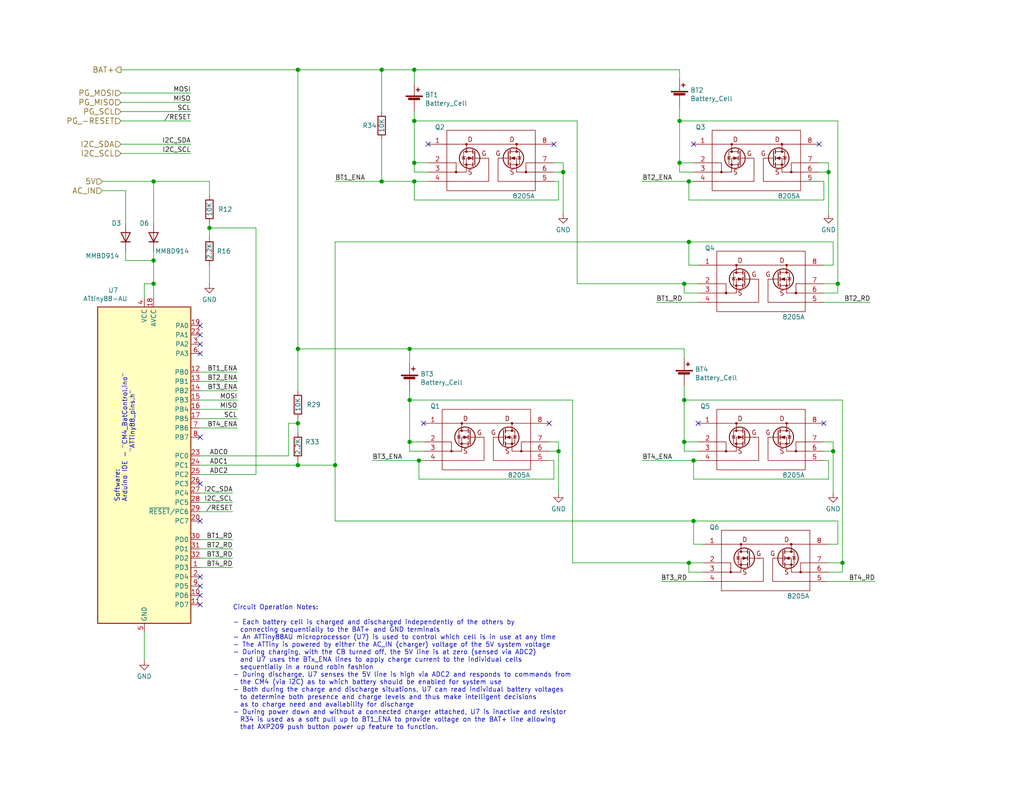
<source format=kicad_sch>
(kicad_sch (version 20210406) (generator eeschema)
  (paper "A")
  (title_block (title "ConnectBox HAT using RPi CM4") (date "2021-07-22") (rev "1.3") (comment 1 "JRA"))
  (lib_symbols
    (symbol "Custom_1:8205A" (pin_names hide)
      (property "Reference" "Q" (at -12.7 11.43 0))
      (property "Value" "8205A" (at 1.27 8.89 0))
      (symbol "8205A_0_0"
        (text "D" (at -10.16 5.08 0) (effects (font (size 1.27 1.27))))
        (text "D" (at 1.27 5.08 0) (effects (font (size 1.27 1.27))))
        (text "G" (at -6.35 1.27 0) (effects (font (size 1.27 1.27))))
        (text "G" (at -2.54 1.27 0) (effects (font (size 1.27 1.27))))
        (text "S" (at -10.16 -3.81 0) (effects (font (size 1.27 1.27))))
        (text "S" (at 1.27 -3.81 0) (effects (font (size 1.27 1.27))))
      )
      (symbol "8205A_0_1"
        (circle (center -10.287 0) (radius 2.794) (stroke (width 0.254)))
        (circle (center 1.651 0) (radius 2.794) (stroke (width 0.254)))
        (circle (center -13.9775 -3.8097) (radius 0.254) (fill (type outline)))
        (circle (center -11.176 -1.778) (radius 0.254) (fill (type outline)))
        (circle (center -11.176 1.778) (radius 0.254) (fill (type outline)))
        (circle (center -11.1628 3.7925) (radius 0.254) (fill (type outline)))
        (circle (center 2.54 -1.778) (radius 0.254) (fill (type outline)))
        (circle (center 2.54 1.778) (radius 0.254) (fill (type outline)))
        (circle (center 2.54 3.81) (radius 0.254) (fill (type outline)))
        (circle (center 5.0844 -3.8052) (radius 0.254) (fill (type outline)))
        (rectangle (start -16.51 7.62) (end 7.62 -8.89) (stroke (width 0.1524)))
        (polyline (pts (xy -15.24 -6.35) (xy -16.51 -6.35)) (stroke (width 0.1524)))
        (polyline (pts (xy -15.24 -3.81) (xy -16.51 -3.81)) (stroke (width 0.1524)))
        (polyline (pts (xy -15.24 -3.81) (xy -11.43 -3.81)) (stroke (width 0.1524)))
        (polyline (pts (xy -15.24 3.81) (xy -16.51 3.81)) (stroke (width 0.1524)))
        (polyline (pts (xy -11.4531 -3.8109) (xy -11.2056 -3.8109)) (stroke (width 0.1524)))
        (polyline (pts (xy -11.1762 -2.4225) (xy -11.1762 -3.8109)) (stroke (width 0.1524)))
        (polyline (pts (xy -11.176 2.54) (xy -11.176 1.778)))
        (polyline (pts (xy -11.1717 2.5043) (xy -11.1717 3.7893)) (stroke (width 0.1524)))
        (polyline (pts (xy -9.398 -1.27) (xy -9.398 -2.286)) (stroke (width 0.254)))
        (polyline (pts (xy -9.398 0.508) (xy -9.398 -0.508)) (stroke (width 0.254)))
        (polyline (pts (xy -9.398 2.286) (xy -9.398 1.27)) (stroke (width 0.254)))
        (polyline (pts (xy -8.89 0) (xy -6.096 0)))
        (polyline (pts (xy -8.89 1.905) (xy -8.89 -1.905)) (stroke (width 0.254)))
        (polyline (pts (xy 0.254 0) (xy -2.54 0)))
        (polyline (pts (xy 0.254 1.905) (xy 0.254 -1.905)) (stroke (width 0.254)))
        (polyline (pts (xy 0.762 -1.27) (xy 0.762 -2.286)) (stroke (width 0.254)))
        (polyline (pts (xy 0.762 0.508) (xy 0.762 -0.508)) (stroke (width 0.254)))
        (polyline (pts (xy 0.762 2.286) (xy 0.762 1.27)) (stroke (width 0.254)))
        (polyline (pts (xy 2.54 2.54) (xy 2.54 1.778)))
        (polyline (pts (xy 2.54 3.81) (xy -15.24 3.81)) (stroke (width 0.1524)))
        (polyline (pts (xy -16.51 -1.27) (xy -13.97 -1.27) (xy -13.97 -3.81)) (stroke (width 0.1524)))
        (polyline (pts (xy -11.176 -2.54) (xy -11.176 0) (xy -9.398 0)))
        (polyline (pts (xy -2.54 0) (xy -2.54 -6.35) (xy 7.62 -6.35)) (stroke (width 0.1524)))
        (polyline (pts (xy 2.54 -2.54) (xy 2.54 -3.81) (xy 7.62 -3.81)) (stroke (width 0.1524)))
        (polyline (pts (xy 2.54 -2.54) (xy 2.54 0) (xy 0.762 0)))
        (polyline (pts (xy 2.54 2.54) (xy 2.54 3.81) (xy 7.62 3.81)) (stroke (width 0.1524)))
        (polyline (pts (xy 5.08 -3.81) (xy 5.08 -1.27) (xy 7.62 -1.27)) (stroke (width 0.1524)))
        (polyline (pts (xy -15.24 -6.35) (xy -5.08 -6.35) (xy -5.08 0) (xy -6.35 0)) (stroke (width 0.1524)))
        (polyline (pts (xy -11.938 0.381) (xy -11.557 -0.254) (xy -12.319 -0.254) (xy -11.938 0.381)))
        (polyline (pts (xy -11.43 0.508) (xy -11.557 0.381) (xy -12.319 0.381) (xy -12.446 0.254)))
        (polyline (pts (xy -9.398 -1.778) (xy -11.938 -1.778) (xy -11.938 1.778) (xy -9.398 1.778)))
        (polyline (pts (xy 0.762 -1.778) (xy 3.302 -1.778) (xy 3.302 1.778) (xy 0.762 1.778)))
        (polyline (pts (xy 2.794 0.508) (xy 2.921 0.381) (xy 3.683 0.381) (xy 3.81 0.254)))
        (polyline (pts (xy 3.302 0.381) (xy 2.921 -0.254) (xy 3.683 -0.254) (xy 3.302 0.381)))
        (polyline (pts (xy -9.652 0) (xy -10.668 0.381) (xy -10.668 -0.381) (xy -9.652 0)) (fill (type outline)))
        (polyline (pts (xy 1.016 0) (xy 2.032 0.381) (xy 2.032 -0.381) (xy 1.016 0)) (fill (type outline)))
      )
      (symbol "8205A_1_1"
        (pin input line (at -21.59 3.81 0) (length 5.08) (name "D") (number "1"))
        (pin input line (at -21.59 -1.27 0) (length 5.08) (name "S1") (number "2"))
        (pin input line (at -21.59 -3.81 0) (length 5.08) (name "S1") (number "3"))
        (pin input line (at -21.59 -6.35 0) (length 5.08) (name "G1") (number "4"))
        (pin input line (at 12.7 -6.35 180) (length 5.08) (name "G2") (number "5"))
        (pin input line (at 12.7 -3.81 180) (length 5.08) (name "S2") (number "6"))
        (pin input line (at 12.7 -1.27 180) (length 5.08) (name "S2") (number "7"))
        (pin input line (at 12.7 3.81 180) (length 5.08) (name "D") (number "8"))
      )
    )
    (symbol "Device:Battery_Cell" (pin_numbers hide) (pin_names (offset 0) hide)
      (property "Reference" "BT" (at 2.54 2.54 0))
      (property "Value" "Battery_Cell" (at 2.54 0 0))
      (symbol "Battery_Cell_0_1"
        (rectangle (start -2.286 1.778) (end 2.286 1.524) (fill (type outline)))
        (rectangle (start -1.5748 1.1938) (end 1.4732 0.6858) (fill (type outline)))
        (polyline (pts (xy 0 0.762) (xy 0 0)))
        (polyline (pts (xy 0 1.778) (xy 0 2.54)))
        (polyline (pts (xy 0.508 3.429) (xy 1.524 3.429)) (stroke (width 0.254)))
        (polyline (pts (xy 1.016 3.937) (xy 1.016 2.921)) (stroke (width 0.254)))
      )
      (symbol "Battery_Cell_1_1"
        (pin passive line (at 0 5.08 270) (length 2.54) (name "+") (number "1"))
        (pin passive line (at 0 -2.54 90) (length 2.54) (name "-") (number "2"))
      )
    )
    (symbol "Device:R" (pin_numbers hide) (pin_names (offset 0))
      (property "Reference" "R" (at 2.032 0 90))
      (property "Value" "R" (at 0 0 90))
      (symbol "R_0_1"
        (rectangle (start -1.016 -2.54) (end 1.016 2.54) (stroke (width 0.254)))
      )
      (symbol "R_1_1"
        (pin passive line (at 0 3.81 270) (length 1.27) (name "~") (number "1"))
        (pin passive line (at 0 -3.81 90) (length 1.27) (name "~") (number "2"))
      )
    )
    (symbol "Diode:1N914" (pin_numbers hide) (pin_names (offset 1.016) hide)
      (property "Reference" "D" (at 0 2.54 0))
      (property "Value" "1N914" (at 0 -2.54 0))
      (symbol "1N914_0_1"
        (polyline (pts (xy -1.27 1.27) (xy -1.27 -1.27)) (stroke (width 0.254)))
        (polyline (pts (xy 1.27 0) (xy -1.27 0)))
        (polyline (pts (xy 1.27 1.27) (xy 1.27 -1.27) (xy -1.27 0) (xy 1.27 1.27)) (stroke (width 0.254)))
      )
      (symbol "1N914_1_1"
        (pin passive line (at -3.81 0 0) (length 2.54) (name "K") (number "1"))
        (pin passive line (at 3.81 0 180) (length 2.54) (name "A") (number "2"))
      )
    )
    (symbol "MCU_Microchip_ATtiny:ATtiny88-AU"
      (property "Reference" "U" (at -12.7 44.45 0))
      (property "Value" "ATtiny88-AU" (at 2.54 -44.45 0))
      (symbol "ATtiny88-AU_0_1"
        (rectangle (start -12.7 -43.18) (end 12.7 43.18) (stroke (width 0.254)) (fill (type background)))
      )
      (symbol "ATtiny88-AU_1_1"
        (pin bidirectional line (at 15.24 -27.94 180) (length 2.54) (name "PD3") (number "1"))
        (pin bidirectional line (at 15.24 -35.56 180) (length 2.54) (name "PD6") (number "10"))
        (pin bidirectional line (at 15.24 -38.1 180) (length 2.54) (name "PD7") (number "11"))
        (pin bidirectional line (at 15.24 25.4 180) (length 2.54) (name "PB0") (number "12"))
        (pin bidirectional line (at 15.24 22.86 180) (length 2.54) (name "PB1") (number "13"))
        (pin bidirectional line (at 15.24 20.32 180) (length 2.54) (name "PB2") (number "14"))
        (pin bidirectional line (at 15.24 17.78 180) (length 2.54) (name "PB3") (number "15"))
        (pin bidirectional line (at 15.24 15.24 180) (length 2.54) (name "PB4") (number "16"))
        (pin bidirectional line (at 15.24 12.7 180) (length 2.54) (name "PB5") (number "17"))
        (pin power_in line (at 2.54 45.72 270) (length 2.54) (name "AVCC") (number "18"))
        (pin bidirectional line (at 15.24 38.1 180) (length 2.54) (name "PA0") (number "19"))
        (pin bidirectional line (at 15.24 -30.48 180) (length 2.54) (name "PD4") (number "2"))
        (pin bidirectional line (at 15.24 -15.24 180) (length 2.54) (name "PC7") (number "20"))
        (pin passive line (at 0 -45.72 90) (length 2.54) hide (name "GND") (number "21"))
        (pin bidirectional line (at 15.24 35.56 180) (length 2.54) (name "PA1") (number "22"))
        (pin bidirectional line (at 15.24 2.54 180) (length 2.54) (name "PC0") (number "23"))
        (pin bidirectional line (at 15.24 0 180) (length 2.54) (name "PC1") (number "24"))
        (pin bidirectional line (at 15.24 -2.54 180) (length 2.54) (name "PC2") (number "25"))
        (pin bidirectional line (at 15.24 -5.08 180) (length 2.54) (name "PC3") (number "26"))
        (pin bidirectional line (at 15.24 -7.62 180) (length 2.54) (name "PC4") (number "27"))
        (pin bidirectional line (at 15.24 -10.16 180) (length 2.54) (name "PC5") (number "28"))
        (pin bidirectional line (at 15.24 -12.7 180) (length 2.54) (name "~RESET~/PC6") (number "29"))
        (pin bidirectional line (at 15.24 33.02 180) (length 2.54) (name "PA2") (number "3"))
        (pin bidirectional line (at 15.24 -20.32 180) (length 2.54) (name "PD0") (number "30"))
        (pin bidirectional line (at 15.24 -22.86 180) (length 2.54) (name "PD1") (number "31"))
        (pin bidirectional line (at 15.24 -25.4 180) (length 2.54) (name "PD2") (number "32"))
        (pin power_in line (at 0 45.72 270) (length 2.54) (name "VCC") (number "4"))
        (pin power_in line (at 0 -45.72 90) (length 2.54) (name "GND") (number "5"))
        (pin bidirectional line (at 15.24 30.48 180) (length 2.54) (name "PA3") (number "6"))
        (pin bidirectional line (at 15.24 10.16 180) (length 2.54) (name "PB6") (number "7"))
        (pin bidirectional line (at 15.24 7.62 180) (length 2.54) (name "PB7") (number "8"))
        (pin bidirectional line (at 15.24 -33.02 180) (length 2.54) (name "PD5") (number "9"))
      )
    )
    (symbol "power:GND" (power) (pin_names (offset 0))
      (property "Value" "GND" (at 0 -3.81 0))
      (symbol "GND_0_1"
        (polyline (pts (xy 0 0) (xy 0 -1.27) (xy 1.27 -1.27) (xy 0 -2.54) (xy -1.27 -1.27) (xy 0 -1.27)))
      )
      (symbol "GND_1_1"
        (pin power_in line (at 0 0 270) (length 0) hide (name "GND") (number "1"))
      )
    )
  )
  (junction (at 41.91 49.53) (diameter 1.016))
  (junction (at 41.91 71.12) (diameter 1.016))
  (junction (at 41.91 77.47) (diameter 1.016))
  (junction (at 57.15 62.23) (diameter 1.016))
  (junction (at 81.28 19.05) (diameter 1.016))
  (junction (at 81.28 95.25) (diameter 1.016))
  (junction (at 81.28 115.57) (diameter 1.016))
  (junction (at 81.28 127) (diameter 1.016))
  (junction (at 91.44 127) (diameter 1.016))
  (junction (at 104.14 19.05) (diameter 1.016))
  (junction (at 104.14 49.53) (diameter 1.016))
  (junction (at 111.76 95.25) (diameter 1.016))
  (junction (at 111.76 109.22) (diameter 1.016))
  (junction (at 111.76 120.65) (diameter 1.016))
  (junction (at 113.03 19.05) (diameter 1.016))
  (junction (at 113.03 33.02) (diameter 1.016))
  (junction (at 113.03 44.45) (diameter 1.016))
  (junction (at 113.03 49.53) (diameter 1.016))
  (junction (at 114.3 125.73) (diameter 1.016))
  (junction (at 152.4 123.19) (diameter 1.016))
  (junction (at 153.67 46.99) (diameter 1.016))
  (junction (at 185.42 33.02) (diameter 1.016))
  (junction (at 185.42 44.45) (diameter 1.016))
  (junction (at 186.69 77.47) (diameter 1.016))
  (junction (at 186.69 109.22) (diameter 1.016))
  (junction (at 186.69 120.65) (diameter 1.016))
  (junction (at 187.96 49.53) (diameter 1.016))
  (junction (at 187.96 66.04) (diameter 1.016))
  (junction (at 187.96 153.67) (diameter 1.016))
  (junction (at 189.23 125.73) (diameter 1.016))
  (junction (at 189.23 142.24) (diameter 1.016))
  (junction (at 226.06 46.99) (diameter 1.016))
  (junction (at 227.33 123.19) (diameter 1.016))
  (junction (at 228.6 77.47) (diameter 1.016))
  (junction (at 229.87 153.67) (diameter 1.016))
  (no_connect (at 54.61 88.9))
  (no_connect (at 54.61 91.44))
  (no_connect (at 54.61 93.98))
  (no_connect (at 54.61 96.52))
  (no_connect (at 54.61 119.38))
  (no_connect (at 54.61 132.08))
  (no_connect (at 54.61 142.24))
  (no_connect (at 54.61 157.48))
  (no_connect (at 54.61 160.02))
  (no_connect (at 54.61 162.56))
  (no_connect (at 54.61 165.1))
  (no_connect (at 115.57 115.57))
  (no_connect (at 116.84 39.37))
  (no_connect (at 149.86 115.57))
  (no_connect (at 151.13 39.37))
  (no_connect (at 189.23 39.37))
  (no_connect (at 190.5 115.57))
  (no_connect (at 223.52 39.37))
  (no_connect (at 224.79 115.57))
  (wire (pts (xy 27.94 49.53) (xy 41.91 49.53)))
  (wire (pts (xy 27.94 52.07) (xy 34.29 52.07)))
  (wire (pts (xy 33.02 19.05) (xy 81.28 19.05)))
  (wire (pts (xy 33.02 25.4) (xy 52.07 25.4)))
  (wire (pts (xy 33.02 27.94) (xy 52.07 27.94)))
  (wire (pts (xy 33.02 30.48) (xy 52.07 30.48)))
  (wire (pts (xy 33.02 33.02) (xy 52.07 33.02)))
  (wire (pts (xy 33.02 39.37) (xy 52.07 39.37)))
  (wire (pts (xy 33.02 41.91) (xy 52.07 41.91)))
  (wire (pts (xy 34.29 52.07) (xy 34.29 60.96)))
  (wire (pts (xy 34.29 68.58) (xy 34.29 71.12)))
  (wire (pts (xy 34.29 71.12) (xy 41.91 71.12)))
  (wire (pts (xy 39.37 77.47) (xy 39.37 81.28)))
  (wire (pts (xy 39.37 77.47) (xy 41.91 77.47)))
  (wire (pts (xy 39.37 172.72) (xy 39.37 180.34)))
  (wire (pts (xy 41.91 49.53) (xy 41.91 60.96)))
  (wire (pts (xy 41.91 49.53) (xy 57.15 49.53)))
  (wire (pts (xy 41.91 68.58) (xy 41.91 71.12)))
  (wire (pts (xy 41.91 71.12) (xy 41.91 77.47)))
  (wire (pts (xy 41.91 77.47) (xy 41.91 81.28)))
  (wire (pts (xy 54.61 104.14) (xy 64.77 104.14)))
  (wire (pts (xy 54.61 106.68) (xy 64.77 106.68)))
  (wire (pts (xy 54.61 109.22) (xy 64.77 109.22)))
  (wire (pts (xy 54.61 111.76) (xy 64.77 111.76)))
  (wire (pts (xy 54.61 114.3) (xy 64.77 114.3)))
  (wire (pts (xy 54.61 116.84) (xy 64.77 116.84)))
  (wire (pts (xy 54.61 124.46) (xy 78.74 124.46)))
  (wire (pts (xy 54.61 127) (xy 81.28 127)))
  (wire (pts (xy 54.61 134.62) (xy 63.5 134.62)))
  (wire (pts (xy 54.61 137.16) (xy 63.5 137.16)))
  (wire (pts (xy 54.61 139.7) (xy 63.5 139.7)))
  (wire (pts (xy 54.61 147.32) (xy 63.5 147.32)))
  (wire (pts (xy 54.61 149.86) (xy 63.5 149.86)))
  (wire (pts (xy 54.61 152.4) (xy 63.5 152.4)))
  (wire (pts (xy 54.61 154.94) (xy 63.5 154.94)))
  (wire (pts (xy 57.15 49.53) (xy 57.15 53.34)))
  (wire (pts (xy 57.15 60.96) (xy 57.15 62.23)))
  (wire (pts (xy 57.15 62.23) (xy 57.15 64.77)))
  (wire (pts (xy 57.15 62.23) (xy 69.85 62.23)))
  (wire (pts (xy 57.15 72.39) (xy 57.15 77.47)))
  (wire (pts (xy 64.77 101.6) (xy 54.61 101.6)))
  (wire (pts (xy 69.85 62.23) (xy 69.85 129.54)))
  (wire (pts (xy 69.85 129.54) (xy 54.61 129.54)))
  (wire (pts (xy 78.74 115.57) (xy 81.28 115.57)))
  (wire (pts (xy 78.74 124.46) (xy 78.74 115.57)))
  (wire (pts (xy 81.28 19.05) (xy 81.28 95.25)))
  (wire (pts (xy 81.28 19.05) (xy 104.14 19.05)))
  (wire (pts (xy 81.28 95.25) (xy 81.28 106.68)))
  (wire (pts (xy 81.28 95.25) (xy 111.76 95.25)))
  (wire (pts (xy 81.28 115.57) (xy 81.28 114.3)))
  (wire (pts (xy 81.28 115.57) (xy 81.28 118.11)))
  (wire (pts (xy 81.28 125.73) (xy 81.28 127)))
  (wire (pts (xy 81.28 127) (xy 91.44 127)))
  (wire (pts (xy 91.44 49.53) (xy 104.14 49.53)))
  (wire (pts (xy 91.44 66.04) (xy 187.96 66.04)))
  (wire (pts (xy 91.44 127) (xy 91.44 66.04)))
  (wire (pts (xy 91.44 142.24) (xy 91.44 127)))
  (wire (pts (xy 91.44 142.24) (xy 189.23 142.24)))
  (wire (pts (xy 101.6 125.73) (xy 114.3 125.73)))
  (wire (pts (xy 104.14 19.05) (xy 104.14 30.48)))
  (wire (pts (xy 104.14 19.05) (xy 113.03 19.05)))
  (wire (pts (xy 104.14 38.1) (xy 104.14 49.53)))
  (wire (pts (xy 104.14 49.53) (xy 113.03 49.53)))
  (wire (pts (xy 111.76 95.25) (xy 111.76 99.06)))
  (wire (pts (xy 111.76 95.25) (xy 186.69 95.25)))
  (wire (pts (xy 111.76 106.68) (xy 111.76 109.22)))
  (wire (pts (xy 111.76 109.22) (xy 111.76 120.65)))
  (wire (pts (xy 111.76 120.65) (xy 111.76 123.19)))
  (wire (pts (xy 111.76 123.19) (xy 115.57 123.19)) (stroke (width 0.1524)))
  (wire (pts (xy 113.03 19.05) (xy 113.03 22.86)))
  (wire (pts (xy 113.03 19.05) (xy 185.42 19.05)))
  (wire (pts (xy 113.03 30.48) (xy 113.03 33.02)))
  (wire (pts (xy 113.03 33.02) (xy 113.03 44.45)))
  (wire (pts (xy 113.03 44.45) (xy 113.03 46.99)))
  (wire (pts (xy 113.03 46.99) (xy 116.84 46.99)) (stroke (width 0.1524)))
  (wire (pts (xy 113.03 49.53) (xy 113.03 54.61)))
  (wire (pts (xy 113.03 49.53) (xy 116.84 49.53)))
  (wire (pts (xy 113.03 54.61) (xy 152.4 54.61)))
  (wire (pts (xy 114.3 125.73) (xy 114.3 130.81)))
  (wire (pts (xy 114.3 130.81) (xy 151.13 130.81)))
  (wire (pts (xy 115.57 120.65) (xy 111.76 120.65)))
  (wire (pts (xy 115.57 125.73) (xy 114.3 125.73)))
  (wire (pts (xy 116.84 44.45) (xy 113.03 44.45)))
  (wire (pts (xy 149.86 120.65) (xy 152.4 120.65)))
  (wire (pts (xy 151.13 44.45) (xy 153.67 44.45)))
  (wire (pts (xy 151.13 125.73) (xy 149.86 125.73)) (stroke (width 0.1524)))
  (wire (pts (xy 151.13 130.81) (xy 151.13 125.73)))
  (wire (pts (xy 152.4 49.53) (xy 151.13 49.53)) (stroke (width 0.1524)))
  (wire (pts (xy 152.4 54.61) (xy 152.4 49.53)))
  (wire (pts (xy 152.4 120.65) (xy 152.4 123.19)))
  (wire (pts (xy 152.4 123.19) (xy 149.86 123.19)))
  (wire (pts (xy 152.4 123.19) (xy 152.4 134.62)))
  (wire (pts (xy 153.67 44.45) (xy 153.67 46.99)))
  (wire (pts (xy 153.67 46.99) (xy 151.13 46.99)))
  (wire (pts (xy 153.67 46.99) (xy 153.67 58.42)))
  (wire (pts (xy 156.21 109.22) (xy 111.76 109.22)))
  (wire (pts (xy 156.21 109.22) (xy 156.21 153.67)))
  (wire (pts (xy 156.21 153.67) (xy 187.96 153.67)))
  (wire (pts (xy 157.48 33.02) (xy 113.03 33.02)))
  (wire (pts (xy 157.48 33.02) (xy 157.48 77.47)))
  (wire (pts (xy 157.48 77.47) (xy 186.69 77.47)))
  (wire (pts (xy 175.26 49.53) (xy 187.96 49.53)))
  (wire (pts (xy 179.07 82.55) (xy 190.5 82.55)))
  (wire (pts (xy 180.34 158.75) (xy 191.77 158.75)))
  (wire (pts (xy 185.42 21.59) (xy 185.42 19.05)))
  (wire (pts (xy 185.42 29.21) (xy 185.42 33.02)))
  (wire (pts (xy 185.42 33.02) (xy 185.42 44.45)))
  (wire (pts (xy 185.42 44.45) (xy 185.42 46.99)))
  (wire (pts (xy 185.42 46.99) (xy 189.23 46.99)) (stroke (width 0.1524)))
  (wire (pts (xy 186.69 77.47) (xy 186.69 80.01)))
  (wire (pts (xy 186.69 77.47) (xy 190.5 77.47)))
  (wire (pts (xy 186.69 80.01) (xy 190.5 80.01)))
  (wire (pts (xy 186.69 97.79) (xy 186.69 95.25)))
  (wire (pts (xy 186.69 105.41) (xy 186.69 109.22)))
  (wire (pts (xy 186.69 109.22) (xy 186.69 120.65)))
  (wire (pts (xy 186.69 120.65) (xy 186.69 123.19)))
  (wire (pts (xy 186.69 123.19) (xy 190.5 123.19)) (stroke (width 0.1524)))
  (wire (pts (xy 187.96 49.53) (xy 187.96 54.61)))
  (wire (pts (xy 187.96 54.61) (xy 224.79 54.61)))
  (wire (pts (xy 187.96 66.04) (xy 187.96 72.39)))
  (wire (pts (xy 187.96 72.39) (xy 190.5 72.39)))
  (wire (pts (xy 187.96 153.67) (xy 187.96 156.21)))
  (wire (pts (xy 187.96 153.67) (xy 191.77 153.67)))
  (wire (pts (xy 187.96 156.21) (xy 191.77 156.21)))
  (wire (pts (xy 189.23 44.45) (xy 185.42 44.45)))
  (wire (pts (xy 189.23 49.53) (xy 187.96 49.53)))
  (wire (pts (xy 189.23 125.73) (xy 175.26 125.73)))
  (wire (pts (xy 189.23 125.73) (xy 189.23 130.81)))
  (wire (pts (xy 189.23 130.81) (xy 226.06 130.81)))
  (wire (pts (xy 189.23 142.24) (xy 189.23 148.59)))
  (wire (pts (xy 189.23 148.59) (xy 191.77 148.59)))
  (wire (pts (xy 190.5 120.65) (xy 186.69 120.65)))
  (wire (pts (xy 190.5 125.73) (xy 189.23 125.73)))
  (wire (pts (xy 223.52 44.45) (xy 226.06 44.45)))
  (wire (pts (xy 224.79 49.53) (xy 223.52 49.53)) (stroke (width 0.1524)))
  (wire (pts (xy 224.79 54.61) (xy 224.79 49.53)))
  (wire (pts (xy 224.79 72.39) (xy 227.33 72.39)))
  (wire (pts (xy 224.79 77.47) (xy 228.6 77.47)))
  (wire (pts (xy 224.79 82.55) (xy 237.49 82.55)))
  (wire (pts (xy 224.79 120.65) (xy 227.33 120.65)))
  (wire (pts (xy 226.06 44.45) (xy 226.06 46.99)))
  (wire (pts (xy 226.06 46.99) (xy 223.52 46.99)))
  (wire (pts (xy 226.06 46.99) (xy 226.06 58.42)))
  (wire (pts (xy 226.06 125.73) (xy 224.79 125.73)) (stroke (width 0.1524)))
  (wire (pts (xy 226.06 130.81) (xy 226.06 125.73)))
  (wire (pts (xy 226.06 148.59) (xy 228.6 148.59)))
  (wire (pts (xy 226.06 153.67) (xy 229.87 153.67)))
  (wire (pts (xy 226.06 158.75) (xy 238.76 158.75)))
  (wire (pts (xy 227.33 66.04) (xy 187.96 66.04)))
  (wire (pts (xy 227.33 72.39) (xy 227.33 66.04)))
  (wire (pts (xy 227.33 120.65) (xy 227.33 123.19)))
  (wire (pts (xy 227.33 123.19) (xy 224.79 123.19)))
  (wire (pts (xy 227.33 123.19) (xy 227.33 134.62)))
  (wire (pts (xy 228.6 33.02) (xy 185.42 33.02)))
  (wire (pts (xy 228.6 33.02) (xy 228.6 77.47)))
  (wire (pts (xy 228.6 77.47) (xy 228.6 80.01)))
  (wire (pts (xy 228.6 80.01) (xy 224.79 80.01)))
  (wire (pts (xy 228.6 142.24) (xy 189.23 142.24)))
  (wire (pts (xy 228.6 148.59) (xy 228.6 142.24)))
  (wire (pts (xy 229.87 109.22) (xy 186.69 109.22)))
  (wire (pts (xy 229.87 109.22) (xy 229.87 153.67)))
  (wire (pts (xy 229.87 153.67) (xy 229.87 156.21)))
  (wire (pts (xy 229.87 156.21) (xy 226.06 156.21)))
  (text "Software:\nArduino IDE - \"CM4_BatControl.ino\"\n              \"ATTiny88_pins.h\"" (at 36.83 137.16 90) (effects (font (size 1.27 1.27)) (justify left bottom)))
  (text "Circuit Operation Notes:\n\n- Each battery cell is charged and discharged independently of the others by \n  connecting sequentially to the BAT+ and GND terminals\n- An ATTiny88AU microprocessor (U7) is used to control which cell is in use at any time\n- The ATTiny is powered by either the AC_IN (charger) voltage of the 5V system voltage\n- During charging, with the CB turned off, the 5V line is at zero (sensed via ADC2) \n  and U7 uses the BTx_ENA lines to apply charge current to the individual cells\n  sequentially in a round robin fashion\n- During discharge, U7 senses the 5V line is high via ADC2 and responds to commands from\n  the CM4 (via i2C) as to which battery should be enabled for system use\n- Both during the charge and discharge situations, U7 can read individual battery voltages\n  to determine both presence and charge levels and thus make intelligent decisions\n  as to charge need and availability for discharge\n- During power down and without a connected charger attached, U7 is inactive and resistor\n  R34 is used as a soft pull up to BT1_ENA to provide voltage on the BAT+ line allowing\n  that AXP209 push button power up feature to function.\n" (at 63.5 199.39 0) (effects (font (size 1.27 1.27)) (justify left bottom)))
  (label "MOSI" (at 52.07 25.4 180))
  (label "MISO" (at 52.07 27.94 180))
  (label "SCL" (at 52.07 30.48 180))
  (label "{slash}RESET" (at 52.07 33.02 180))
  (label "I2C_SDA" (at 52.07 39.37 180))
  (label "I2C_SCL" (at 52.07 41.91 180))
  (label "ADC0" (at 62.23 124.46 180))
  (label "ADC1" (at 62.23 127 180))
  (label "ADC2" (at 62.23 129.54 180))
  (label "I2C_SDA" (at 63.5 134.62 180))
  (label "I2C_SCL" (at 63.5 137.16 180))
  (label "{slash}RESET" (at 63.5 139.7 180))
  (label "BT1_RD" (at 63.5 147.32 180))
  (label "BT2_RD" (at 63.5 149.86 180))
  (label "BT3_RD" (at 63.5 152.4 180))
  (label "BT4_RD" (at 63.5 154.94 180))
  (label "BT1_ENA" (at 64.77 101.6 180))
  (label "BT2_ENA" (at 64.77 104.14 180))
  (label "BT3_ENA" (at 64.77 106.68 180))
  (label "MOSI" (at 64.77 109.22 180))
  (label "MISO" (at 64.77 111.76 180))
  (label "SCL" (at 64.77 114.3 180))
  (label "BT4_ENA" (at 64.77 116.84 180))
  (label "BT1_ENA" (at 91.44 49.53 0))
  (label "BT3_ENA" (at 101.6 125.73 0))
  (label "BT2_ENA" (at 175.26 49.53 0))
  (label "BT4_ENA" (at 175.26 125.73 0))
  (label "BT1_RD" (at 179.07 82.55 0))
  (label "BT3_RD" (at 180.34 158.75 0))
  (label "BT2_RD" (at 237.49 82.55 180))
  (label "BT4_RD" (at 238.76 158.75 180))
  (hierarchical_label "5V" (shape input) (at 27.94 49.53 180) (effects (font (size 1.524 1.524))))
  (hierarchical_label "AC_IN" (shape input) (at 27.94 52.07 180) (effects (font (size 1.524 1.524))))
  (hierarchical_label "BAT+" (shape output) (at 33.02 19.05 180) (effects (font (size 1.524 1.524))))
  (hierarchical_label "PG_MOSI" (shape input) (at 33.02 25.4 180) (effects (font (size 1.524 1.524))))
  (hierarchical_label "PG_MISO" (shape input) (at 33.02 27.94 180) (effects (font (size 1.524 1.524))))
  (hierarchical_label "PG_SCL" (shape input) (at 33.02 30.48 180) (effects (font (size 1.524 1.524))))
  (hierarchical_label "PG_-RESET" (shape input) (at 33.02 33.02 180) (effects (font (size 1.524 1.524))))
  (hierarchical_label "I2C_SDA" (shape input) (at 33.02 39.37 180) (effects (font (size 1.524 1.524))))
  (hierarchical_label "I2C_SCL" (shape input) (at 33.02 41.91 180) (effects (font (size 1.524 1.524))))
  (symbol (lib_id "power:GND") (at 39.37 180.34 0) (unit 1)
    (property "Reference" "#PWR01" (effects hide))
    (property "Value" "GND" (at 39.37 184.6644 0))
  )
  (symbol (lib_id "power:GND") (at 57.15 77.47 0) (unit 1)
    (property "Reference" "#PWR08" (effects hide))
    (property "Value" "GND" (at 57.15 81.7944 0))
  )
  (symbol (lib_id "power:GND") (at 152.4 134.62 0) (unit 1)
    (property "Reference" "#PWR010" (effects hide))
    (property "Value" "GND" (at 152.4 138.9444 0))
  )
  (symbol (lib_id "power:GND") (at 153.67 58.42 0) (unit 1)
    (property "Reference" "#PWR015" (effects hide))
    (property "Value" "GND" (at 153.67 62.7444 0))
  )
  (symbol (lib_id "power:GND") (at 226.06 58.42 0) (unit 1)
    (property "Reference" "#PWR016" (effects hide))
    (property "Value" "GND" (at 226.06 62.7444 0))
  )
  (symbol (lib_id "power:GND") (at 227.33 134.62 0) (unit 1)
    (property "Reference" "#PWR032" (effects hide))
    (property "Value" "GND" (at 227.33 138.9444 0))
  )
  (symbol (lib_id "Device:R") (at 57.15 57.15 180) (unit 1)
    (property "Reference" "R12" (at 61.468 57.15 0))
    (property "Value" "10K" (at 57.15 57.15 90))
    (property "Footprint" "Resistor_SMD:R_0603_1608Metric" (effects hide))
    (property "Manufacturer" "Yageo" (effects hide))
    (property "Manufacturer P/N" "RC0603FR-0710KL" (effects hide))
    (property "Description" "RES SMD 10K OHM 1% 1/8W 0603" (effects hide))
    (property "DigiKey P/N" "311-10.0KHRCT-ND" (effects hide))
    (property "Type" "SMD" (effects hide))
  )
  (symbol (lib_id "Device:R") (at 57.15 68.58 0) (unit 1)
    (property "Reference" "R16" (at 61.087 68.58 0))
    (property "Value" "2.2K" (at 57.15 68.58 90))
    (property "Footprint" "Resistor_SMD:R_0603_1608Metric" (effects hide))
    (property "Manufacturer" "Yageo" (effects hide))
    (property "Manufacturer P/N" "RC0603FR-072K2L" (effects hide))
    (property "Description" "RES SMD 2.2K OHM 1% 1/8W 0603" (effects hide))
    (property "DigiKey P/N" "311-2K2HRCT-ND" (effects hide))
    (property "Type" "SMD" (effects hide))
  )
  (symbol (lib_id "Device:R") (at 81.28 110.49 180) (unit 1)
    (property "Reference" "R29" (at 85.598 110.49 0))
    (property "Value" "10K" (at 81.28 110.49 90))
    (property "Footprint" "Resistor_SMD:R_0603_1608Metric" (effects hide))
    (property "Manufacturer" "Yageo" (effects hide))
    (property "Manufacturer P/N" "RC0603FR-0710KL" (effects hide))
    (property "Description" "RES SMD 10K OHM 1% 1/8W 0603" (effects hide))
    (property "DigiKey P/N" "311-10.0KHRCT-ND" (effects hide))
    (property "Type" "SMD" (effects hide))
  )
  (symbol (lib_id "Device:R") (at 81.28 121.92 0) (unit 1)
    (property "Reference" "R33" (at 85.217 120.65 0))
    (property "Value" "2.2K" (at 81.28 121.92 90))
    (property "Footprint" "Resistor_SMD:R_0603_1608Metric" (effects hide))
    (property "Manufacturer" "Yageo" (effects hide))
    (property "Manufacturer P/N" "RC0603FR-072K2L" (effects hide))
    (property "Description" "RES SMD 2.2K OHM 1% 1/8W 0603" (effects hide))
    (property "DigiKey P/N" "311-2K2HRCT-ND" (effects hide))
    (property "Type" "SMD" (effects hide))
  )
  (symbol (lib_id "Device:R") (at 104.14 34.29 180) (unit 1)
    (property "Reference" "R34" (at 100.838 34.29 0))
    (property "Value" "10K" (at 104.14 34.29 90))
    (property "Footprint" "Resistor_SMD:R_0603_1608Metric" (effects hide))
    (property "Manufacturer" "Yageo" (effects hide))
    (property "Manufacturer P/N" "RC0603FR-0710KL" (effects hide))
    (property "Description" "RES SMD 10K OHM 1% 1/8W 0603" (effects hide))
    (property "DigiKey P/N" "311-10.0KHRCT-ND" (effects hide))
    (property "Type" "SMD" (effects hide))
  )
  (symbol (lib_id "Diode:1N914") (at 34.29 64.77 90) (unit 1)
    (property "Reference" "D3" (at 31.75 60.96 90))
    (property "Value" "MMBD914" (at 27.94 69.85 90))
    (property "Footprint" "Diode_SMD:D_SOT-23_ANK" (effects hide))
    (property "Datasheet" "http://www.vishay.com/docs/85622/1n914.pdf" (effects hide))
    (property "Manufacturer" "ON Semiconductor" (effects hide))
    (property "Manufacturer P/N" "MMBD914LT1G" (effects hide))
    (property "Description" "DIODE GEN PURP 100V 200MA SOT23" (effects hide))
    (property "DigiKey P/N" "MMBD914LT1GOSCT-ND" (effects hide))
    (property "Type" "SMD" (effects hide))
  )
  (symbol (lib_id "Diode:1N914") (at 41.91 64.77 90) (unit 1)
    (property "Reference" "D6" (at 39.37 60.96 90))
    (property "Value" "MMBD914" (at 46.99 68.58 90))
    (property "Footprint" "Diode_SMD:D_SOT-23_ANK" (effects hide))
    (property "Datasheet" "http://www.vishay.com/docs/85622/1n914.pdf" (effects hide))
    (property "Manufacturer" "ON Semiconductor" (effects hide))
    (property "Manufacturer P/N" "MMBD914LT1G" (effects hide))
    (property "Description" "DIODE GEN PURP 100V 200MA SOT23" (effects hide))
    (property "DigiKey P/N" "MMBD914LT1GOSCT-ND" (effects hide))
    (property "Type" "SMD" (effects hide))
  )
  (symbol (lib_id "Device:Battery_Cell") (at 111.76 104.14 0) (unit 1)
    (property "Reference" "BT3" (at 114.6811 102.1091 0) (effects (justify left)))
    (property "Value" "Battery_Cell" (at 114.6811 104.4078 0) (effects (justify left)))
    (property "Footprint" "Connector_PinHeader_2.54mm:PinHeader_1x02_P2.54mm_Vertical" (effects hide))
  )
  (symbol (lib_id "Device:Battery_Cell") (at 113.03 27.94 0) (unit 1)
    (property "Reference" "BT1" (at 115.9511 25.9091 0) (effects (justify left)))
    (property "Value" "Battery_Cell" (at 115.9511 28.2078 0) (effects (justify left)))
    (property "Footprint" "Connector_PinHeader_2.54mm:PinHeader_1x02_P2.54mm_Vertical" (effects hide))
  )
  (symbol (lib_id "Device:Battery_Cell") (at 185.42 26.67 0) (unit 1)
    (property "Reference" "BT2" (at 188.3411 24.6391 0) (effects (justify left)))
    (property "Value" "Battery_Cell" (at 188.3411 26.9378 0) (effects (justify left)))
    (property "Footprint" "Connector_PinHeader_2.54mm:PinHeader_1x02_P2.54mm_Vertical" (effects hide))
  )
  (symbol (lib_id "Device:Battery_Cell") (at 186.69 102.87 0) (unit 1)
    (property "Reference" "BT4" (at 189.6111 100.8391 0) (effects (justify left)))
    (property "Value" "Battery_Cell" (at 189.6111 103.1378 0) (effects (justify left)))
    (property "Footprint" "Connector_PinHeader_2.54mm:PinHeader_1x02_P2.54mm_Vertical" (effects hide))
  )
  (symbol (lib_id "Custom_1:8205A") (at 137.16 119.38 0) (unit 1)
    (property "Reference" "Q1" (at 118.745 110.9176 0))
    (property "Value" "8205A" (at 141.605 129.7263 0))
    (property "Footprint" "Package_SO:TSSOP-8_4.4x3mm_P0.65mm" (effects hide))
    (property "Datasheet" "https://html.alldatasheet.com/html-pdf/1152898/KIA/8205A/60/1/8205A.html" (effects hide))
  )
  (symbol (lib_id "Custom_1:8205A") (at 138.43 43.18 0) (unit 1)
    (property "Reference" "Q2" (at 120.015 34.7176 0))
    (property "Value" "8205A" (at 142.875 53.5263 0))
    (property "Footprint" "Package_SO:TSSOP-8_4.4x3mm_P0.65mm" (effects hide))
    (property "Datasheet" "https://html.alldatasheet.com/html-pdf/1152898/KIA/8205A/60/1/8205A.html" (effects hide))
  )
  (symbol (lib_id "Custom_1:8205A") (at 210.82 43.18 0) (unit 1)
    (property "Reference" "Q3" (at 191.135 34.7176 0))
    (property "Value" "8205A" (at 215.265 53.5263 0))
    (property "Footprint" "Package_SO:TSSOP-8_4.4x3mm_P0.65mm" (effects hide))
    (property "Datasheet" "https://html.alldatasheet.com/html-pdf/1152898/KIA/8205A/60/1/8205A.html" (effects hide))
  )
  (symbol (lib_id "Custom_1:8205A") (at 212.09 76.2 0) (unit 1)
    (property "Reference" "Q4" (at 193.675 67.7376 0))
    (property "Value" "8205A" (at 216.535 86.5463 0))
    (property "Footprint" "Package_SO:TSSOP-8_4.4x3mm_P0.65mm" (effects hide))
    (property "Datasheet" "https://html.alldatasheet.com/html-pdf/1152898/KIA/8205A/60/1/8205A.html" (effects hide))
  )
  (symbol (lib_id "Custom_1:8205A") (at 212.09 119.38 0) (unit 1)
    (property "Reference" "Q5" (at 192.405 110.9176 0))
    (property "Value" "8205A" (at 216.535 129.7263 0))
    (property "Footprint" "Package_SO:TSSOP-8_4.4x3mm_P0.65mm" (effects hide))
    (property "Datasheet" "https://html.alldatasheet.com/html-pdf/1152898/KIA/8205A/60/1/8205A.html" (effects hide))
  )
  (symbol (lib_id "Custom_1:8205A") (at 213.36 152.4 0) (unit 1)
    (property "Reference" "Q6" (at 194.945 143.9376 0))
    (property "Value" "8205A" (at 217.805 162.7463 0))
    (property "Footprint" "Package_SO:TSSOP-8_4.4x3mm_P0.65mm" (effects hide))
    (property "Datasheet" "https://html.alldatasheet.com/html-pdf/1152898/KIA/8205A/60/1/8205A.html" (effects hide))
  )
  (symbol (lib_id "MCU_Microchip_ATtiny:ATtiny88-AU") (at 39.37 127 0) (unit 1)
    (property "Reference" "U7" (at 32.2579 79.2491 0) (effects (justify right)))
    (property "Value" "ATtiny88-AU" (at 34.7979 81.5478 0) (effects (justify right)))
    (property "Footprint" "Package_QFP:TQFP-32_7x7mm_P0.8mm" (effects hide))
    (property "Datasheet" "http://ww1.microchip.com/downloads/en/DeviceDoc/doc8008.pdf" (effects hide))
    (property "Manufacturer" "Microchip Technology" (effects hide))
    (property "Manufacturer P/N" "ATTINY88-AU" (effects hide))
    (property "Description" "AVR series Microcontroller IC 8-Bit 12MHz 8KB (" (effects hide))
    (property "DigiKey P/N" "ATTINY88-AU-ND" (effects hide))
    (property "Type" "SMD" (effects hide))
  )
)
</source>
